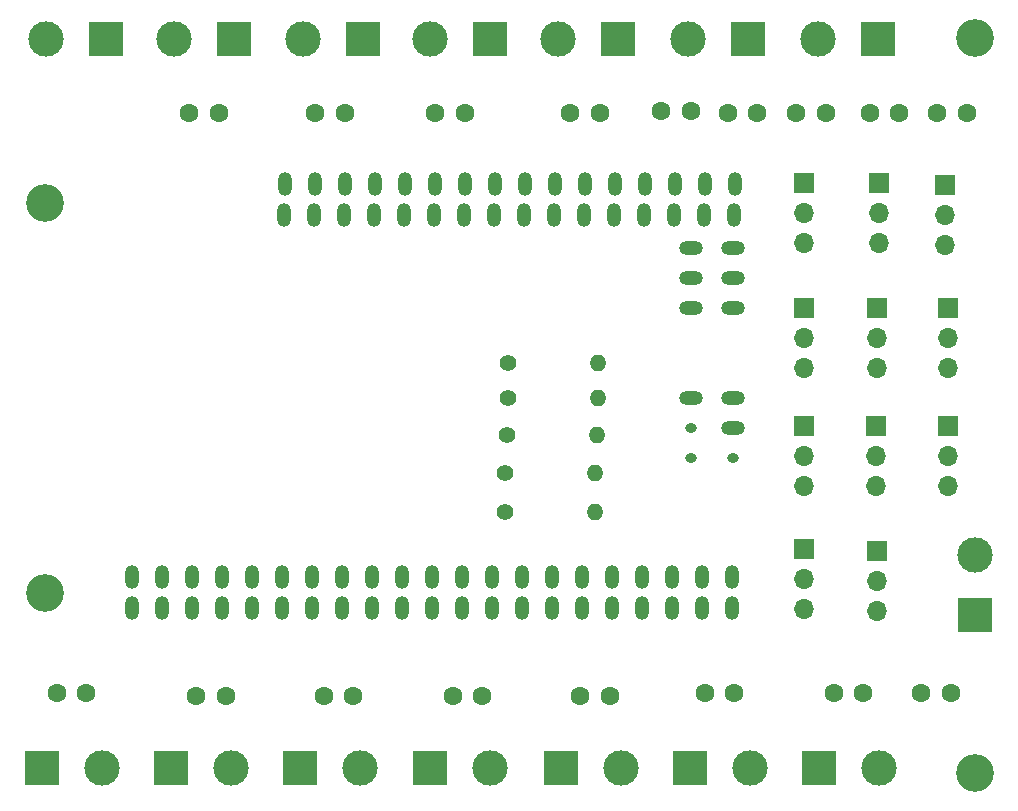
<source format=gbr>
%TF.GenerationSoftware,KiCad,Pcbnew,(5.1.10)-1*%
%TF.CreationDate,2021-10-09T22:27:19+01:00*%
%TF.ProjectId,flaps-throttle-pcb,666c6170-732d-4746-9872-6f74746c652d,rev?*%
%TF.SameCoordinates,Original*%
%TF.FileFunction,Soldermask,Bot*%
%TF.FilePolarity,Negative*%
%FSLAX46Y46*%
G04 Gerber Fmt 4.6, Leading zero omitted, Abs format (unit mm)*
G04 Created by KiCad (PCBNEW (5.1.10)-1) date 2021-10-09 22:27:19*
%MOMM*%
%LPD*%
G01*
G04 APERTURE LIST*
%ADD10C,3.200000*%
%ADD11O,1.400000X1.400000*%
%ADD12C,1.400000*%
%ADD13C,3.000000*%
%ADD14R,3.000000X3.000000*%
%ADD15O,1.700000X1.700000*%
%ADD16R,1.700000X1.700000*%
%ADD17C,1.600000*%
%ADD18O,1.200000X2.000000*%
%ADD19O,2.000000X1.200000*%
%ADD20O,1.000000X0.800000*%
G04 APERTURE END LIST*
D10*
%TO.C,h4*%
X93980000Y-68580000D03*
%TD*%
%TO.C,h3*%
X93980000Y-101600000D03*
%TD*%
%TO.C,h2*%
X172720000Y-116840000D03*
%TD*%
%TO.C,h1*%
X172720000Y-54610000D03*
%TD*%
D11*
%TO.C,R5*%
X140589000Y-91440000D03*
D12*
X132969000Y-91440000D03*
%TD*%
D11*
%TO.C,R4*%
X140716000Y-88265000D03*
D12*
X133096000Y-88265000D03*
%TD*%
D11*
%TO.C,R3*%
X140589000Y-94742000D03*
D12*
X132969000Y-94742000D03*
%TD*%
D11*
%TO.C,R2*%
X140843000Y-85090000D03*
D12*
X133223000Y-85090000D03*
%TD*%
D11*
%TO.C,R1*%
X140843000Y-82169000D03*
D12*
X133223000Y-82169000D03*
%TD*%
D13*
%TO.C,J20*%
X172720000Y-98425000D03*
D14*
X172720000Y-103505000D03*
%TD*%
D15*
%TO.C,J12*%
X164465000Y-82550000D03*
X164465000Y-80010000D03*
D16*
X164465000Y-77470000D03*
%TD*%
D17*
%TO.C,C17*%
X172045000Y-60960000D03*
X169545000Y-60960000D03*
%TD*%
%TO.C,C16*%
X166330000Y-60960000D03*
X163830000Y-60960000D03*
%TD*%
%TO.C,C10*%
X168188000Y-110109000D03*
X170688000Y-110109000D03*
%TD*%
D14*
%TO.C,J2*%
X126614000Y-116463000D03*
D13*
X131694000Y-116463000D03*
%TD*%
D18*
%TO.C,MCU1*%
X149580000Y-102910000D03*
X101320000Y-102910000D03*
X103860000Y-102910000D03*
X106400000Y-102910000D03*
X108940000Y-102910000D03*
X111480000Y-102910000D03*
X114020000Y-102910000D03*
X116560000Y-102910000D03*
X119100000Y-102910000D03*
X121640000Y-102910000D03*
X124180000Y-102910000D03*
X126720000Y-102910000D03*
X129260000Y-102910000D03*
X131800000Y-102910000D03*
X134340000Y-102910000D03*
X136880000Y-102910000D03*
X144500000Y-102910000D03*
X141960000Y-102910000D03*
X139420000Y-102910000D03*
X152120000Y-102910000D03*
X147040000Y-102910000D03*
X101350000Y-100260000D03*
X103890000Y-100260000D03*
X106430000Y-100260000D03*
X108970000Y-100260000D03*
X111510000Y-100260000D03*
X114050000Y-100260000D03*
X116590000Y-100260000D03*
X119130000Y-100260000D03*
X121670000Y-100260000D03*
X124210000Y-100260000D03*
X126750000Y-100260000D03*
X129290000Y-100260000D03*
X131830000Y-100260000D03*
X134370000Y-100260000D03*
X136910000Y-100260000D03*
X139450000Y-100260000D03*
X141990000Y-100260000D03*
X144530000Y-100260000D03*
X147070000Y-100260000D03*
X149610000Y-100260000D03*
X152150000Y-100260000D03*
D19*
X152206667Y-74987845D03*
D20*
X148636667Y-90227845D03*
X148636667Y-87687845D03*
D19*
X148636667Y-85147845D03*
D20*
X152206667Y-90227845D03*
D19*
X152206667Y-87687845D03*
X152206667Y-85147845D03*
X152206667Y-72447845D03*
X152206667Y-77527845D03*
X148636667Y-77527845D03*
X148636667Y-74987845D03*
X148636667Y-72447845D03*
D18*
X149800000Y-69630000D03*
X114240000Y-69630000D03*
X116780000Y-69630000D03*
X119320000Y-69630000D03*
X121860000Y-69630000D03*
X124400000Y-69630000D03*
X126940000Y-69630000D03*
X129480000Y-69630000D03*
X132020000Y-69630000D03*
X134560000Y-69630000D03*
X137100000Y-69630000D03*
X144720000Y-69630000D03*
X142180000Y-69630000D03*
X139640000Y-69630000D03*
X152340000Y-69630000D03*
X147260000Y-69630000D03*
X114270000Y-66980000D03*
X116810000Y-66980000D03*
X119350000Y-66980000D03*
X121890000Y-66980000D03*
X124430000Y-66980000D03*
X126970000Y-66980000D03*
X129510000Y-66980000D03*
X132050000Y-66980000D03*
X134590000Y-66980000D03*
X137130000Y-66980000D03*
X139670000Y-66980000D03*
X142210000Y-66980000D03*
X144750000Y-66980000D03*
X147290000Y-66980000D03*
X149830000Y-66980000D03*
X152370000Y-66980000D03*
%TD*%
D13*
%TO.C,J26*%
X126619000Y-54737000D03*
D14*
X131699000Y-54737000D03*
%TD*%
D13*
%TO.C,J25*%
X159397000Y-54733000D03*
D14*
X164477000Y-54733000D03*
%TD*%
D13*
%TO.C,J24*%
X148463000Y-54737000D03*
D14*
X153543000Y-54737000D03*
%TD*%
D13*
%TO.C,J23*%
X137414000Y-54737000D03*
D14*
X142494000Y-54737000D03*
%TD*%
%TO.C,J22*%
X137649000Y-116463000D03*
D13*
X142729000Y-116463000D03*
%TD*%
D14*
%TO.C,J21*%
X159512000Y-116459000D03*
D13*
X164592000Y-116459000D03*
%TD*%
D15*
%TO.C,J19*%
X164465000Y-103124000D03*
X164465000Y-100584000D03*
D16*
X164465000Y-98044000D03*
%TD*%
D15*
%TO.C,J18*%
X158242000Y-102997000D03*
X158242000Y-100457000D03*
D16*
X158242000Y-97917000D03*
%TD*%
D15*
%TO.C,J17*%
X170434000Y-92583000D03*
X170434000Y-90043000D03*
D16*
X170434000Y-87503000D03*
%TD*%
D14*
%TO.C,J16*%
X109982000Y-54737000D03*
D13*
X104902000Y-54737000D03*
%TD*%
D15*
%TO.C,J15*%
X164338000Y-92583000D03*
X164338000Y-90043000D03*
D16*
X164338000Y-87503000D03*
%TD*%
D15*
%TO.C,J14*%
X158242000Y-92583000D03*
X158242000Y-90043000D03*
D16*
X158242000Y-87503000D03*
%TD*%
D15*
%TO.C,J13*%
X170434000Y-82550000D03*
X170434000Y-80010000D03*
D16*
X170434000Y-77470000D03*
%TD*%
D15*
%TO.C,J11*%
X158242000Y-82550000D03*
X158242000Y-80010000D03*
D16*
X158242000Y-77470000D03*
%TD*%
D15*
%TO.C,J10*%
X170180000Y-72136000D03*
X170180000Y-69596000D03*
D16*
X170180000Y-67056000D03*
%TD*%
D15*
%TO.C,J9*%
X164592000Y-72009000D03*
X164592000Y-69469000D03*
D16*
X164592000Y-66929000D03*
%TD*%
D15*
%TO.C,J8*%
X158242000Y-72009000D03*
X158242000Y-69469000D03*
D16*
X158242000Y-66929000D03*
%TD*%
D13*
%TO.C,J7*%
X94107000Y-54737000D03*
D14*
X99187000Y-54737000D03*
%TD*%
D13*
%TO.C,J6*%
X109737000Y-116463000D03*
D14*
X104657000Y-116463000D03*
%TD*%
D13*
%TO.C,J5*%
X153670000Y-116459000D03*
D14*
X148590000Y-116459000D03*
%TD*%
%TO.C,J4*%
X115572000Y-116463000D03*
D13*
X120652000Y-116463000D03*
%TD*%
D14*
%TO.C,J3*%
X120904000Y-54737000D03*
D13*
X115824000Y-54737000D03*
%TD*%
D14*
%TO.C,J1*%
X93726000Y-116459000D03*
D13*
X98806000Y-116459000D03*
%TD*%
D17*
%TO.C,C15*%
X127040000Y-60960000D03*
X129540000Y-60960000D03*
%TD*%
%TO.C,C14*%
X160107000Y-60960000D03*
X157607000Y-60960000D03*
%TD*%
%TO.C,C13*%
X151805000Y-60960000D03*
X154305000Y-60960000D03*
%TD*%
%TO.C,C12*%
X148677000Y-60833000D03*
X146177000Y-60833000D03*
%TD*%
%TO.C,C11*%
X138470000Y-60960000D03*
X140970000Y-60960000D03*
%TD*%
%TO.C,C9*%
X139319000Y-110363000D03*
X141819000Y-110363000D03*
%TD*%
%TO.C,C8*%
X160782000Y-110109000D03*
X163282000Y-110109000D03*
%TD*%
%TO.C,C7*%
X108712000Y-60960000D03*
X106212000Y-60960000D03*
%TD*%
%TO.C,C6*%
X109307000Y-110363000D03*
X106807000Y-110363000D03*
%TD*%
%TO.C,C5*%
X152360000Y-110109000D03*
X149860000Y-110109000D03*
%TD*%
%TO.C,C4*%
X117602000Y-110363000D03*
X120102000Y-110363000D03*
%TD*%
%TO.C,C3*%
X119380000Y-60960000D03*
X116880000Y-60960000D03*
%TD*%
%TO.C,C2*%
X128524000Y-110363000D03*
X131024000Y-110363000D03*
%TD*%
%TO.C,C1*%
X94996000Y-110109000D03*
X97496000Y-110109000D03*
%TD*%
M02*

</source>
